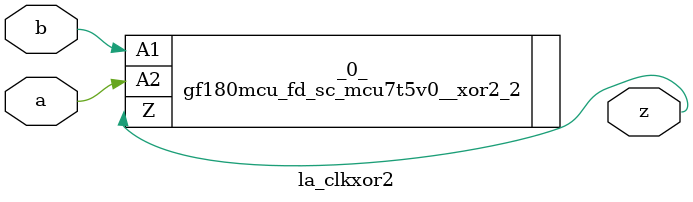
<source format=v>

/* Generated by Yosys 0.44 (git sha1 80ba43d26, g++ 11.4.0-1ubuntu1~22.04 -fPIC -O3) */

(* top =  1  *)
(* src = "generated" *)
module la_clkxor2 (
    a,
    b,
    z
);
  (* src = "generated" *)
  input a;
  wire a;
  (* src = "generated" *)
  input b;
  wire b;
  (* src = "generated" *)
  output z;
  wire z;
  gf180mcu_fd_sc_mcu7t5v0__xor2_2 _0_ (
      .A1(b),
      .A2(a),
      .Z (z)
  );
endmodule

</source>
